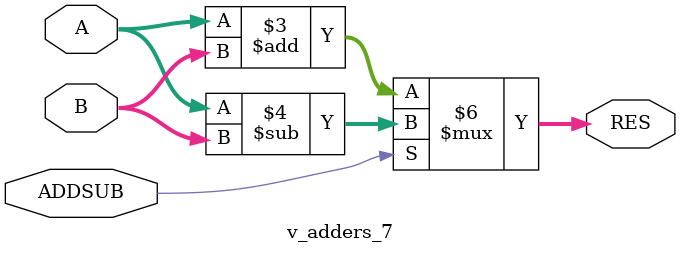
<source format=v>
module v_adders_7 (A, B, ADDSUB, RES);

    parameter  WIDTH = 8;
    input                   ADDSUB;
    input       [WIDTH-1:0] A;
    input       [WIDTH-1:0] B;
    output reg  [WIDTH-1:0] RES;

    always @(A or B or ADDSUB)
    begin
        if (ADDSUB == 1'b0)
	    RES = A + B;
        else
	    RES = A - B;
    end

endmodule

</source>
